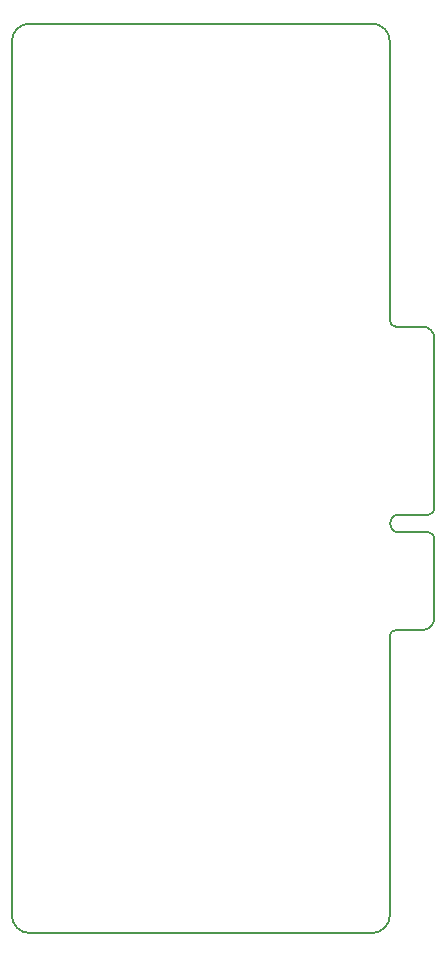
<source format=gm1>
%TF.GenerationSoftware,KiCad,Pcbnew,8.0.4*%
%TF.CreationDate,2025-03-13T20:49:44+01:00*%
%TF.ProjectId,uconsole-expansion-card-template.kicad_pcb_2.54,75636f6e-736f-46c6-952d-657870616e73,0.1*%
%TF.SameCoordinates,Original*%
%TF.FileFunction,Profile,NP*%
%FSLAX46Y46*%
G04 Gerber Fmt 4.6, Leading zero omitted, Abs format (unit mm)*
G04 Created by KiCad (PCBNEW 8.0.4) date 2025-03-13 20:49:44*
%MOMM*%
%LPD*%
G01*
G04 APERTURE LIST*
%TA.AperFunction,Profile*%
%ADD10C,0.200000*%
%TD*%
G04 APERTURE END LIST*
D10*
X116885000Y-87150000D02*
G75*
G02*
X117885000Y-88150000I0J-1000000D01*
G01*
X83615000Y-61500000D02*
X112615000Y-61500000D01*
X83615000Y-138500000D02*
G75*
G02*
X82115000Y-137000000I0J1500000D01*
G01*
X117885000Y-111850000D02*
G75*
G02*
X116885000Y-112850000I-1000000J0D01*
G01*
X116885000Y-112850000D02*
X114615000Y-112850000D01*
X114115000Y-63000000D02*
X114115000Y-86650000D01*
X114115000Y-113350000D02*
X114115000Y-137000000D01*
X117885000Y-88150000D02*
X117885000Y-102580000D01*
X112615000Y-138500000D02*
X83615000Y-138500000D01*
X82115000Y-137000000D02*
X82115000Y-63000000D01*
X117885000Y-102580000D02*
G75*
G02*
X117385000Y-103080000I-500000J0D01*
G01*
X114885000Y-104580000D02*
G75*
G02*
X114885000Y-103080000I0J750000D01*
G01*
X114115000Y-113350000D02*
G75*
G02*
X114615000Y-112850000I500000J0D01*
G01*
X114885000Y-103080000D02*
X117385000Y-103080000D01*
X117385000Y-104580000D02*
G75*
G02*
X117885000Y-105080000I0J-500000D01*
G01*
X114115000Y-137000000D02*
G75*
G02*
X112615000Y-138500000I-1500000J0D01*
G01*
X117885000Y-105080000D02*
X117885000Y-111850000D01*
X114615000Y-87150000D02*
G75*
G02*
X114115000Y-86650000I0J500000D01*
G01*
X114615000Y-87150000D02*
X116885000Y-87150000D01*
X117385000Y-104580000D02*
X114885000Y-104580000D01*
X112615000Y-61500000D02*
G75*
G02*
X114115000Y-63000000I0J-1500000D01*
G01*
X82115000Y-63000000D02*
G75*
G02*
X83615000Y-61500000I1500000J0D01*
G01*
M02*

</source>
